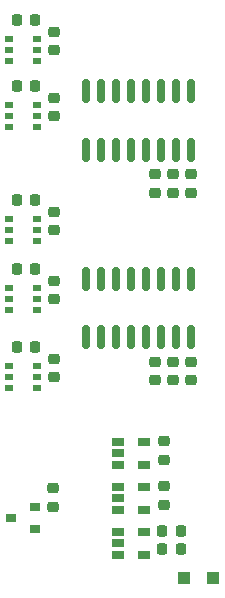
<source format=gbr>
%TF.GenerationSoftware,KiCad,Pcbnew,7.0.6*%
%TF.CreationDate,2024-02-23T14:21:37+01:00*%
%TF.ProjectId,blue_64,626c7565-5f36-4342-9e6b-696361645f70,rev?*%
%TF.SameCoordinates,Original*%
%TF.FileFunction,Paste,Bot*%
%TF.FilePolarity,Positive*%
%FSLAX46Y46*%
G04 Gerber Fmt 4.6, Leading zero omitted, Abs format (unit mm)*
G04 Created by KiCad (PCBNEW 7.0.6) date 2024-02-23 14:21:37*
%MOMM*%
%LPD*%
G01*
G04 APERTURE LIST*
G04 Aperture macros list*
%AMRoundRect*
0 Rectangle with rounded corners*
0 $1 Rounding radius*
0 $2 $3 $4 $5 $6 $7 $8 $9 X,Y pos of 4 corners*
0 Add a 4 corners polygon primitive as box body*
4,1,4,$2,$3,$4,$5,$6,$7,$8,$9,$2,$3,0*
0 Add four circle primitives for the rounded corners*
1,1,$1+$1,$2,$3*
1,1,$1+$1,$4,$5*
1,1,$1+$1,$6,$7*
1,1,$1+$1,$8,$9*
0 Add four rect primitives between the rounded corners*
20,1,$1+$1,$2,$3,$4,$5,0*
20,1,$1+$1,$4,$5,$6,$7,0*
20,1,$1+$1,$6,$7,$8,$9,0*
20,1,$1+$1,$8,$9,$2,$3,0*%
G04 Aperture macros list end*
%ADD10RoundRect,0.218750X0.256250X-0.218750X0.256250X0.218750X-0.256250X0.218750X-0.256250X-0.218750X0*%
%ADD11RoundRect,0.218750X0.218750X0.256250X-0.218750X0.256250X-0.218750X-0.256250X0.218750X-0.256250X0*%
%ADD12R,0.700000X0.510000*%
%ADD13RoundRect,0.218750X-0.256250X0.218750X-0.256250X-0.218750X0.256250X-0.218750X0.256250X0.218750X0*%
%ADD14R,1.000000X1.000000*%
%ADD15R,1.060000X0.650000*%
%ADD16RoundRect,0.150000X-0.150000X0.825000X-0.150000X-0.825000X0.150000X-0.825000X0.150000X0.825000X0*%
%ADD17R,0.900000X0.800000*%
G04 APERTURE END LIST*
D10*
X90424000Y-82321500D03*
X90424000Y-80746500D03*
D11*
X78765500Y-57404000D03*
X77190500Y-57404000D03*
D10*
X91948000Y-66446500D03*
X91948000Y-64871500D03*
D12*
X78884000Y-68646000D03*
X78884000Y-69596000D03*
X78884000Y-70546000D03*
X76564000Y-70546000D03*
X76564000Y-69596000D03*
X76564000Y-68646000D03*
D10*
X88900000Y-82321500D03*
X88900000Y-80746500D03*
X90424000Y-66446500D03*
X90424000Y-64871500D03*
D13*
X80314800Y-80492500D03*
X80314800Y-82067500D03*
D12*
X78884000Y-74488000D03*
X78884000Y-75438000D03*
X78884000Y-76388000D03*
X76564000Y-76388000D03*
X76564000Y-75438000D03*
X76564000Y-74488000D03*
D14*
X93833000Y-99060000D03*
X91333000Y-99060000D03*
D13*
X80264000Y-91465300D03*
X80264000Y-93040300D03*
X80314800Y-52806500D03*
X80314800Y-54381500D03*
D11*
X78765500Y-72898000D03*
X77190500Y-72898000D03*
D10*
X91948000Y-82321500D03*
X91948000Y-80746500D03*
X88900000Y-66446500D03*
X88900000Y-64871500D03*
D15*
X85768000Y-89469000D03*
X85768000Y-88519000D03*
X85768000Y-87569000D03*
X87968000Y-87569000D03*
X87968000Y-89469000D03*
D16*
X83058000Y-73725000D03*
X84328000Y-73725000D03*
X85598000Y-73725000D03*
X86868000Y-73725000D03*
X88138000Y-73725000D03*
X89408000Y-73725000D03*
X90678000Y-73725000D03*
X91948000Y-73725000D03*
X91948000Y-78675000D03*
X90678000Y-78675000D03*
X89408000Y-78675000D03*
X88138000Y-78675000D03*
X86868000Y-78675000D03*
X85598000Y-78675000D03*
X84328000Y-78675000D03*
X83058000Y-78675000D03*
D13*
X80314800Y-73888500D03*
X80314800Y-75463500D03*
X80314800Y-68046500D03*
X80314800Y-69621500D03*
D16*
X83058000Y-57850000D03*
X84328000Y-57850000D03*
X85598000Y-57850000D03*
X86868000Y-57850000D03*
X88138000Y-57850000D03*
X89408000Y-57850000D03*
X90678000Y-57850000D03*
X91948000Y-57850000D03*
X91948000Y-62800000D03*
X90678000Y-62800000D03*
X89408000Y-62800000D03*
X88138000Y-62800000D03*
X86868000Y-62800000D03*
X85598000Y-62800000D03*
X84328000Y-62800000D03*
X83058000Y-62800000D03*
D13*
X80314800Y-58394500D03*
X80314800Y-59969500D03*
D12*
X78884000Y-58994000D03*
X78884000Y-59944000D03*
X78884000Y-60894000D03*
X76564000Y-60894000D03*
X76564000Y-59944000D03*
X76564000Y-58994000D03*
D11*
X78765500Y-79502000D03*
X77190500Y-79502000D03*
D15*
X85768000Y-93279000D03*
X85768000Y-92329000D03*
X85768000Y-91379000D03*
X87968000Y-91379000D03*
X87968000Y-93279000D03*
D11*
X91084500Y-96647000D03*
X89509500Y-96647000D03*
X78765500Y-67056000D03*
X77190500Y-67056000D03*
X91084500Y-95123000D03*
X89509500Y-95123000D03*
X78740000Y-51816000D03*
X77165000Y-51816000D03*
D10*
X89662000Y-92862500D03*
X89662000Y-91287500D03*
D12*
X78884000Y-53406000D03*
X78884000Y-54356000D03*
X78884000Y-55306000D03*
X76564000Y-55306000D03*
X76564000Y-54356000D03*
X76564000Y-53406000D03*
D17*
X78724000Y-93030000D03*
X78724000Y-94930000D03*
X76724000Y-93980000D03*
D12*
X78884000Y-81092000D03*
X78884000Y-82042000D03*
X78884000Y-82992000D03*
X76564000Y-82992000D03*
X76564000Y-82042000D03*
X76564000Y-81092000D03*
D10*
X89662000Y-89052500D03*
X89662000Y-87477500D03*
D15*
X85768000Y-97089000D03*
X85768000Y-96139000D03*
X85768000Y-95189000D03*
X87968000Y-95189000D03*
X87968000Y-97089000D03*
M02*

</source>
